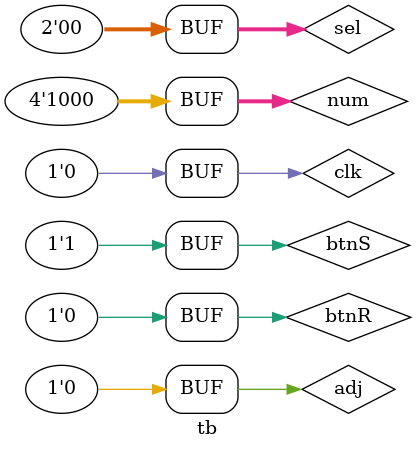
<source format=v>
`timescale 1ns / 1ps


module tb;

	// Inputs
	reg [1:0] sel;
	reg adj;
	reg [3:0] num;
	reg btnS;
	reg btnR;
	reg clk;

	// Outputs
	wire [7:0] led;
	wire [7:0] seg;
	wire [3:0] an;

	// Instantiate the Unit Under Test (UUT)
	nexys3 uut (
		.led(led), 
		.seg(seg), 
		.an(an), 
		.sel(sel), 
		.adj(adj), 
		.num(num), 
		.btnS(btnS), 
		.btnR(btnR), 
		.clk(clk)
	);

	initial begin
		// Initialize Inputs
		sel = 0;
		adj = 0;
		num = 0;
		btnS = 0;
		btnR = 1;
		clk = 0;

		// Wait 100 ns for global reset to finish
		#100;
		btnR = 0;
        
		// Add stimulus here
		#100
		sel = 0;
		adj = 1;
		num = 4'b1000;
		btnS = 1;
		
		#100
		adj = 0;

	end
      
endmodule


</source>
